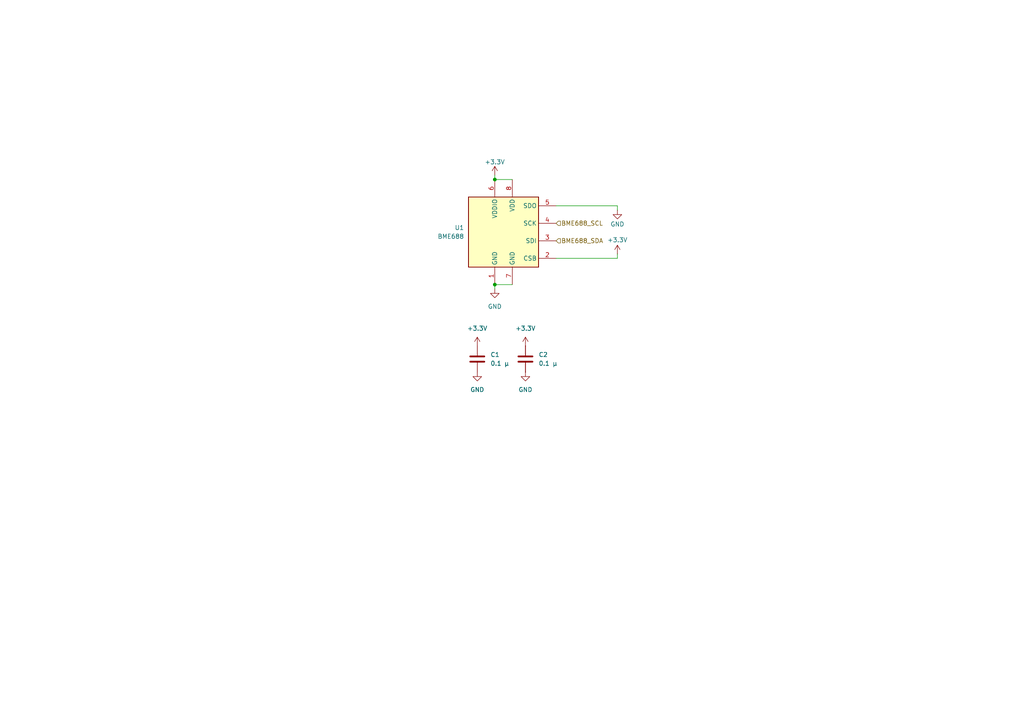
<source format=kicad_sch>
(kicad_sch (version 20231120) (generator "eeschema") (generator_version "8.0")
  (paper "A4")
  (lib_symbols
    (symbol "Device:C" (pin_numbers hide) (pin_names (offset 0.254))
      (property "Reference" "C" (at 0.635 2.54 0))
      (property "Value" "C" (at 0.635 -2.54 0))
      (symbol "C_0_1"
        (polyline (pts (xy -2.032 -0.762) (xy 2.032 -0.762)) (stroke (width 0.508)))
        (polyline (pts (xy -2.032 0.762) (xy 2.032 0.762)) (stroke (width 0.508)))
      )
      (symbol "C_1_1"
        (pin passive line (at 0 3.81 270) (length 2.794) (name "~") (number "1"))
        (pin passive line (at 0 -3.81 90) (length 2.794) (name "~") (number "2"))
      )
    )
    (symbol "Sensor:BME680"
      (property "Reference" "U" (at -8.89 11.43 0))
      (property "Value" "BME680" (at 7.62 11.43 0))
      (symbol "BME680_0_1"
        (rectangle (start -10.16 10.16) (end 10.16 -10.16) (stroke (width 0.254)) (fill (type background)))
      )
      (symbol "BME680_1_1"
        (pin power_in line (at -2.54 -15.24 90) (length 5.08) (name "GND") (number "1"))
        (pin input line (at 15.24 -7.62 180) (length 5.08) (name "CSB") (number "2"))
        (pin bidirectional line (at 15.24 -2.54 180) (length 5.08) (name "SDI") (number "3"))
        (pin input line (at 15.24 2.54 180) (length 5.08) (name "SCK") (number "4"))
        (pin bidirectional line (at 15.24 7.62 180) (length 5.08) (name "SDO") (number "5"))
        (pin power_in line (at -2.54 15.24 270) (length 5.08) (name "VDDIO") (number "6"))
        (pin power_in line (at 2.54 -15.24 90) (length 5.08) (name "GND") (number "7"))
        (pin power_in line (at 2.54 15.24 270) (length 5.08) (name "VDD") (number "8"))
      )
    )
    (symbol "power:+3.3V" (power) (pin_numbers hide) (pin_names (offset 0) hide)
      (property "Value" "+3.3V" (at 0 3.556 0))
      (symbol "+3.3V_0_1"
        (polyline (pts (xy -0.762 1.27) (xy 0 2.54)))
        (polyline (pts (xy 0 0) (xy 0 2.54)))
        (polyline (pts (xy 0 2.54) (xy 0.762 1.27)))
      )
      (symbol "+3.3V_1_1"
        (pin power_in line (at 0 0 90) (length 0) (name "~") (number "1"))
      )
    )
    (symbol "power:GND" (power) (pin_numbers hide) (pin_names (offset 0) hide)
      (property "Value" "GND" (at 0 -3.81 0))
      (symbol "GND_0_1"
        (polyline (pts (xy 0 0) (xy 0 -1.27) (xy 1.27 -1.27) (xy 0 -2.54) (xy -1.27 -1.27) (xy 0 -1.27)))
      )
      (symbol "GND_1_1"
        (pin power_in line (at 0 0 270) (length 0) (name "~") (number "1"))
      )
    )
  )
  (junction (at 143.51 52.07))
  (junction (at 143.51 82.55))
  (wire (pts (xy 143.51 82.55) (xy 148.59 82.55)))
  (wire (pts (xy 143.51 52.07) (xy 148.59 52.07)))
  (wire (pts (xy 161.29 74.93) (xy 179.07 74.93)))
  (wire (pts (xy 179.07 74.93) (xy 179.07 73.66)))
  (wire (pts (xy 143.51 83.82) (xy 143.51 82.55)))
  (wire (pts (xy 161.29 59.69) (xy 179.07 59.69)))
  (wire (pts (xy 179.07 59.69) (xy 179.07 60.96)))
  (wire (pts (xy 143.51 50.8) (xy 143.51 52.07)))
  (hierarchical_label "BME688_SCL" (shape input) (at 161.29 64.77 0))
  (hierarchical_label "BME688_SDA" (shape input) (at 161.29 69.85 0))
  (symbol (lib_id "power:+3.3V") (at 179.07 73.66 0) (unit 1)
    (property "Reference" "#PWR02" (effects (hide yes)))
    (property "Value" "+3.3V" (at 179.07 69.596 0))
    (property "Description" "Power symbol creates a global label with name \"+3.3V\"" (effects (hide yes)))
  )
  (symbol (lib_id "power:GND") (at 138.43 107.95 0) (unit 1)
    (property "Reference" "#PWR08" (effects (hide yes)))
    (property "Value" "GND" (at 138.43 113.03 0))
    (property "Description" "Power symbol creates a global label with name \"GND\" , ground" (effects (hide yes)))
  )
  (symbol (lib_id "power:+3.3V") (at 152.4 100.33 0) (unit 1)
    (property "Reference" "#PWR07" (effects (hide yes)))
    (property "Value" "+3.3V" (at 152.4 95.25 0))
    (property "Description" "Power symbol creates a global label with name \"+3.3V\"" (effects (hide yes)))
  )
  (symbol (lib_id "Device:C") (at 152.4 104.14 0) (unit 1)
    (property "Reference" "C2" (at 156.21 102.8699 0) (effects (justify left)))
    (property "Value" "0.1 µ" (at 156.21 105.4099 0) (effects (justify left)))
    (property "Footprint" "Capacitor_SMD:C_0402_1005Metric_Pad0.74x0.62mm_HandSolder" (effects (hide yes)))
    (property "Description" "Unpolarized capacitor" (effects (hide yes)))
  )
  (symbol (lib_id "power:GND") (at 152.4 107.95 0) (unit 1)
    (property "Reference" "#PWR09" (effects (hide yes)))
    (property "Value" "GND" (at 152.4 113.03 0))
    (property "Description" "Power symbol creates a global label with name \"GND\" , ground" (effects (hide yes)))
  )
  (symbol (lib_id "power:GND") (at 179.07 60.96 0) (unit 1)
    (property "Reference" "#PWR01" (effects (hide yes)))
    (property "Value" "GND" (at 179.07 65.024 0))
    (property "Description" "Power symbol creates a global label with name \"GND\" , ground" (effects (hide yes)))
  )
  (symbol (lib_id "power:+3.3V") (at 138.43 100.33 0) (unit 1)
    (property "Reference" "#PWR06" (effects (hide yes)))
    (property "Value" "+3.3V" (at 138.43 95.25 0))
    (property "Description" "Power symbol creates a global label with name \"+3.3V\"" (effects (hide yes)))
  )
  (symbol (lib_id "Sensor:BME680") (at 146.05 67.31 0) (unit 1)
    (property "Reference" "U1" (at 134.62 66.0399 0) (effects (justify right)))
    (property "Value" "BME688" (at 134.62 68.5799 0) (effects (justify right)))
    (property "Footprint" "Package_LGA:Bosch_LGA-8_3x3mm_P0.8mm_ClockwisePinNumbering" (effects (hide yes)))
    (property "Datasheet" "https://ae-bst.resource.bosch.com/media/_tech/media/datasheets/BST-BME680-DS001.pdf" (effects (hide yes)))
    (property "Description" "4-in-1 sensor, gas, humidity, pressure, temperature, I2C and SPI interface, 1.71-3.6V, LGA-8" (effects (hide yes)))
    (property "PARTREV" "1.0" (effects (hide yes)))
    (property "STANDARD" "Manufacturer recommendations" (effects (hide yes)))
    (property "MAXIMUM_PACKAGE_HEIGHT" "1.0 mm" (effects (hide yes)))
    (property "MANUFACTURER" "BOSCH" (effects (hide yes)))
  )
  (symbol (lib_id "Device:C") (at 138.43 104.14 0) (unit 1)
    (property "Reference" "C1" (at 142.24 102.8699 0) (effects (justify left)))
    (property "Value" "0.1 µ" (at 142.24 105.4099 0) (effects (justify left)))
    (property "Footprint" "Capacitor_SMD:C_0402_1005Metric_Pad0.74x0.62mm_HandSolder" (effects (hide yes)))
    (property "Description" "Unpolarized capacitor" (effects (hide yes)))
  )
  (symbol (lib_id "power:GND") (at 143.51 83.82 0) (unit 1)
    (property "Reference" "#PWR048" (effects (hide yes)))
    (property "Value" "GND" (at 143.51 88.9 0))
    (property "Description" "Power symbol creates a global label with name \"GND\" , ground" (effects (hide yes)))
  )
  (symbol (lib_id "power:+3.3V") (at 143.51 50.8 0) (unit 1)
    (property "Reference" "#PWR03" (effects (hide yes)))
    (property "Value" "+3.3V" (at 143.51 46.99 0))
    (property "Description" "Power symbol creates a global label with name \"+3.3V\"" (effects (hide yes)))
  )
)
</source>
